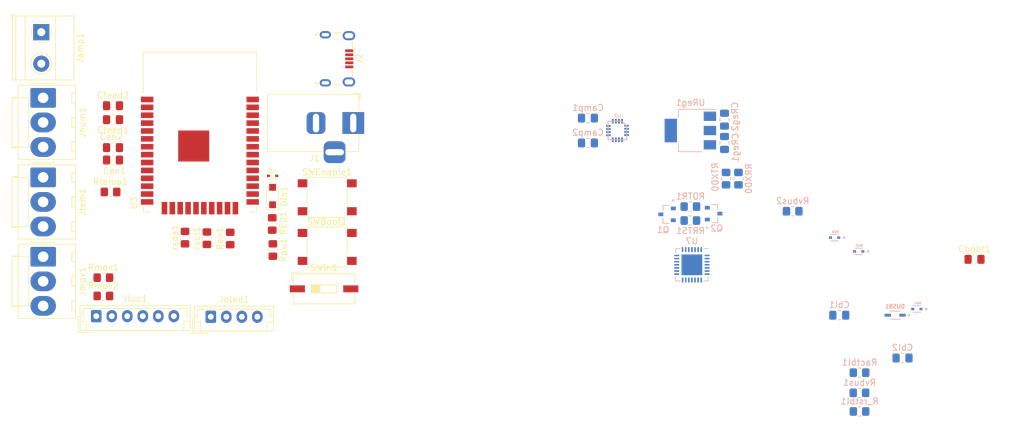
<source format=kicad_pcb>
(kicad_pcb (version 20211014) (generator pcbnew)
  (layers (0 "F.Cu" signal) (31 "B.Cu" signal) (34 "B.Paste" user) (35 "F.Paste" user) (36 "B.SilkS" user "B.Silkscreen") (37 "F.SilkS" user "F.Silkscreen") (38 "B.Mask" user) (39 "F.Mask" user) (44 "Edge.Cuts" user))
  (net 0 "")
  (net 1 "/ESP32/Amp_Din")
  (net 2 "+3V3")
  (net 3 "GND")
  (net 4 "/ESP32/amp_D_mode")
  (net 5 "/Sensores/Amp+")
  (net 6 "/Sensores/Amp-")
  (net 7 "/ESP32/LRC")
  (net 8 "/ESP32/BCLK")
  (net 9 "EN")
  (net 10 "Net-(Q1-Pad1)")
  (net 11 "/CP2102N-A02-GQFN28(Bootloader)/RTS")
  (net 12 "BOOT")
  (net 13 "Net-(Q2-Pad1)")
  (net 14 "/CP2102N-A02-GQFN28(Bootloader)/DTR")
  (net 15 "/CP2102N-A02-GQFN28(Bootloader)/TXD")
  (net 16 "/CP2102N-A02-GQFN28(Bootloader)/RXD0")
  (net 17 "/Sensores/dt")
  (net 18 "/ESP32/Dmov(D)")
  (net 19 "/Sensores/dm")
  (net 20 "Net-(Ractbl1-Pad1)")
  (net 21 "GNDREF")
  (net 22 "+3.3V")
  (net 23 "/ESP32/SCL")
  (net 24 "/CP2102N-A02-GQFN28(Bootloader)/RXD")
  (net 25 "/CP2102N-A02-GQFN28(Bootloader)/TXD0")
  (net 26 "/CP2102N-A02-GQFN28(Bootloader)/VBUS")
  (net 27 "Net-(Rvbus1-Pad2)")
  (net 28 "Net-(RED1-Pad1)")
  (net 29 "+5V")
  (net 30 "Net-(R_rstbl1-Pad2)")
  (net 31 "/ESP32/SDA")
  (net 35 "/Sensores/dh")
  (net 39 "/ESP32/SCK")
  (net 54 "/CP2102N-A02-GQFN28(Bootloader)/USB_DP")
  (net 55 "/CP2102N-A02-GQFN28(Bootloader)/USB_DN")
  (net 70 "Net-(Din1-Pad2)")
  (net 71 "+5V_Jack")
  (net 73 "/Sensores/INT Luz(op)")
  (net 74 "/Sensores/VL Luz (op)")
  (footprint "Button_Switch_SMD:SW_Push_1P1T_NO_6x6mm_H9.5mm" (layer "F.Cu") (at 71.5 64)
    (fp_text reference "SWBoot1" (at 0 -4.05) (layer "F.SilkS"))
    (fp_text value "SW_Push")
    (pad "1" smd rect (at -3.975 -2.25) (size 1.55 1.3) (layers "F.Cu" "F.Paste" "F.Mask") (net 12 "BOOT"))
    (pad "1" smd rect (at 3.975 -2.25) (size 1.55 1.3) (layers "F.Cu" "F.Paste" "F.Mask") (net 12 "BOOT"))
    (pad "2" smd rect (at 3.975 2.25) (size 1.55 1.3) (layers "F.Cu" "F.Paste" "F.Mask") (net 21 "GNDREF"))
    (pad "2" smd rect (at -3.975 2.25) (size 1.55 1.3) (layers "F.Cu" "F.Paste" "F.Mask") (net 21 "GNDREF"))
  )
  (footprint "Connector_BarrelJack:BarrelJack_Horizontal" (layer "F.Cu") (at 75.7 44.0425)
    (fp_text reference "J1" (at -6.25 5.6575) (layer "F.SilkS"))
    (fp_text value "Jack-DC")
    (pad "1" thru_hole rect (at 0 0) (size 3.5 3.5) (drill oval 1 3) (layers *.Cu *.Mask) (net 70 "Net-(Din1-Pad2)"))
    (pad "2" thru_hole roundrect (at -6 0) (size 3 3.5) (drill oval 1 3) (layers *.Cu *.Mask) (net 21 "GNDREF"))
    (pad "3" thru_hole roundrect (at -3 4.7) (size 3.5 3.5) (drill oval 3 1) (layers *.Cu *.Mask))
  )
  (footprint "Connector_Molex:Molex_KK-396_A-41791-0003_1x03_P3.96mm_Vertical" (layer "F.Cu") (at 25.745 39.99 -90)
    (fp_text reference "Jhum1" (at 3.96 -6.31 90) (layer "F.SilkS"))
    (fp_text value "Conn_01x03_Female")
    (pad "1" thru_hole roundrect (at 0 0 270) (size 3.16 4.1) (drill 1.7) (layers *.Cu *.Mask) (roundrect_rratio 0.079114) (net 2 "+3V3"))
    (pad "2" thru_hole oval (at 3.96 0 270) (size 3.16 4.1) (drill 1.7) (layers *.Cu *.Mask) (net 3 "GND"))
    (pad "3" thru_hole oval (at 7.92 0 270) (size 3.16 4.1) (drill 1.7) (layers *.Cu *.Mask) (net 35 "/Sensores/dh"))
  )
  (footprint "Connector_Molex:Molex_KK-396_A-41791-0003_1x03_P3.96mm_Vertical" (layer "F.Cu") (at 25.75 65.58 -90)
    (fp_text reference "Jmov1" (at 3.96 -6.31 90) (layer "F.SilkS"))
    (fp_text value "Conn_01x03_Female")
    (pad "1" thru_hole roundrect (at 0 0 270) (size 3.16 4.1) (drill 1.7) (layers *.Cu *.Mask) (roundrect_rratio 0.079114) (net 29 "+5V"))
    (pad "2" thru_hole oval (at 3.96 0 270) (size 3.16 4.1) (drill 1.7) (layers *.Cu *.Mask) (net 3 "GND"))
    (pad "3" thru_hole oval (at 7.92 0 270) (size 3.16 4.1) (drill 1.7) (layers *.Cu *.Mask) (net 19 "/Sensores/dm"))
  )
  (footprint "Resistor_SMD:R_0805_2012Metric_Pad1.20x1.40mm_HandSolder" (layer "F.Cu") (at 55.88 62.64 90)
    (fp_text reference "Ren1" (at 0 -1.65 90) (layer "F.SilkS"))
    (fp_text value "10K(5%)")
    (pad "1" smd roundrect (at -1 0 90) (size 1.2 1.4) (layers "F.Cu" "F.Paste" "F.Mask") (roundrect_rratio 0.208333) (net 22 "+3.3V"))
    (pad "2" smd roundrect (at 1 0 90) (size 1.2 1.4) (layers "F.Cu" "F.Paste" "F.Mask") (roundrect_rratio 0.208333) (net 9 "EN"))
  )
  (footprint "Capacitor_SMD:C_0805_2012Metric_Pad1.18x1.45mm_HandSolder" (layer "F.Cu") (at 175.77381 66)
    (fp_text reference "Cboot1" (at 0 -1.68) (layer "F.SilkS"))
    (fp_text value "0.1uF/50V(10%)(NC)")
    (pad "1" smd roundrect (at -1.0375 0) (size 1.175 1.45) (layers "F.Cu" "F.Paste" "F.Mask") (roundrect_rratio 0.212766) (net 12 "BOOT"))
    (pad "2" smd roundrect (at 1.0375 0) (size 1.175 1.45) (layers "F.Cu" "F.Paste" "F.Mask") (roundrect_rratio 0.212766) (net 21 "GNDREF"))
  )
  (footprint "Resistor_SMD:R_0805_2012Metric_Pad1.20x1.40mm_HandSolder" (layer "F.Cu") (at 36.6 55.15)
    (fp_text reference "Rtemp1" (at 0 -1.65) (layer "F.SilkS"))
    (fp_text value "4,7k")
    (pad "1" smd roundrect (at -1 0) (size 1.2 1.4) (layers "F.Cu" "F.Paste" "F.Mask") (roundrect_rratio 0.208333) (net 2 "+3V3"))
    (pad "2" smd roundrect (at 1 0) (size 1.2 1.4) (layers "F.Cu" "F.Paste" "F.Mask") (roundrect_rratio 0.208333) (net 17 "/Sensores/dt"))
  )
  (footprint "Resistor_SMD:R_0805_2012Metric_Pad1.20x1.40mm_HandSolder" (layer "F.Cu") (at 35.45 68.95)
    (fp_text reference "Rmov1" (at 0 -1.65) (layer "F.SilkS"))
    (fp_text value "5.1k")
    (pad "1" smd roundrect (at -1 0) (size 1.2 1.4) (layers "F.Cu" "F.Paste" "F.Mask") (roundrect_rratio 0.208333) (net 18 "/ESP32/Dmov(D)"))
    (pad "2" smd roundrect (at 1 0) (size 1.2 1.4) (layers "F.Cu" "F.Paste" "F.Mask") (roundrect_rratio 0.208333) (net 19 "/Sensores/dm"))
  )
  (footprint "Resistor_SMD:R_0805_2012Metric_Pad1.20x1.40mm_HandSolder" (layer "F.Cu") (at 35.45 71.9)
    (fp_text reference "Rmov2" (at 0 -1.65) (layer "F.SilkS"))
    (fp_text value "3.3k")
    (pad "1" smd roundrect (at -1 0) (size 1.2 1.4) (layers "F.Cu" "F.Paste" "F.Mask") (roundrect_rratio 0.208333) (net 3 "GND"))
    (pad "2" smd roundrect (at 1 0) (size 1.2 1.4) (layers "F.Cu" "F.Paste" "F.Mask") (roundrect_rratio 0.208333) (net 18 "/ESP32/Dmov(D)"))
  )
  (footprint "Resistor_SMD:R_0805_2012Metric_Pad1.20x1.40mm_HandSolder" (layer "F.Cu") (at 52.13 62.59 90)
    (fp_text reference "rscl1" (at 0 -1.65 90) (layer "F.SilkS"))
    (fp_text value "4.7k")
    (pad "1" smd roundrect (at -1 0 90) (size 1.2 1.4) (layers "F.Cu" "F.Paste" "F.Mask") (roundrect_rratio 0.208333) (net 22 "+3.3V"))
    (pad "2" smd roundrect (at 1 0 90) (size 1.2 1.4) (layers "F.Cu" "F.Paste" "F.Mask") (roundrect_rratio 0.208333) (net 23 "/ESP32/SCL"))
  )
  (footprint "Button_Switch_SMD:SW_Push_1P1T_NO_6x6mm_H9.5mm" (layer "F.Cu") (at 71.5 56)
    (fp_text reference "SWEnable1" (at 0 -4.05) (layer "F.SilkS"))
    (fp_text value "SW_Push")
    (pad "1" smd rect (at 3.975 -2.25) (size 1.55 1.3) (layers "F.Cu" "F.Paste" "F.Mask") (net 9 "EN"))
    (pad "1" smd rect (at -3.975 -2.25) (size 1.55 1.3) (layers "F.Cu" "F.Paste" "F.Mask") (net 9 "EN"))
    (pad "2" smd rect (at -3.975 2.25) (size 1.55 1.3) (layers "F.Cu" "F.Paste" "F.Mask") (net 21 "GNDREF"))
    (pad "2" smd rect (at 3.975 2.25) (size 1.55 1.3) (layers "F.Cu" "F.Paste" "F.Mask") (net 21 "GNDREF"))
  )
  (footprint "Connector_Molex:Molex_KK-396_A-41791-0003_1x03_P3.96mm_Vertical" (layer "F.Cu") (at 25.745 52.79 -90)
    (fp_text reference "Jtem1" (at 3.96 -6.31 90) (layer "F.SilkS"))
    (fp_text value "Conn_01x03_Female")
    (pad "1" thru_hole roundrect (at 0 0 270) (size 3.16 4.1) (drill 1.7) (layers *.Cu *.Mask) (roundrect_rratio 0.079114) (net 2 "+3V3"))
    (pad "2" thru_hole oval (at 3.96 0 270) (size 3.16 4.1) (drill 1.7) (layers *.Cu *.Mask) (net 3 "GND"))
    (pad "3" thru_hole oval (at 7.92 0 270) (size 3.16 4.1) (drill 1.7) (layers *.Cu *.Mask) (net 17 "/Sensores/dt"))
  )
  (footprint "Resistor_SMD:R_0805_2012Metric_Pad1.20x1.40mm_HandSolder" (layer "F.Cu") (at 62.75 64.5 -90)
    (fp_text reference "Rpw1" (at 0 -1.65 90) (layer "F.SilkS"))
    (fp_text value "1k")
    (pad "1" smd roundrect (at -1 0 270) (size 1.2 1.4) (layers "F.Cu" "F.Paste" "F.Mask") (roundrect_rratio 0.208333) (net 28 "Net-(RED1-Pad1)"))
    (pad "2" smd roundrect (at 1 0 270) (size 1.2 1.4) (layers "F.Cu" "F.Paste" "F.Mask") (roundrect_rratio 0.208333) (net 3 "GND"))
  )
  (footprint "Diode_SMD:D_SOD-123F" (layer "F.Cu") (at 62.7 55.8 90)
    (fp_text reference "Din1" (at -0.05 1.85 90) (layer "F.SilkS"))
    (fp_text value "MBR1020VL")
    (pad "1" smd rect (at -1.4 0 90) (size 1.1 1.1) (layers "F.Cu" "F.Paste" "F.Mask") (net 71 "+5V_Jack"))
    (pad "2" smd rect (at 1.4 0 90) (size 1.1 1.1) (layers "F.Cu" "F.Paste" "F.Mask") (net 70 "Net-(Din1-Pad2)"))
  )
  (footprint "Resistor_SMD:R_0805_2012Metric_Pad1.20x1.40mm_HandSolder" (layer "F.Cu") (at 48.6 62.5 90)
    (fp_text reference "rsda1" (at 0 -1.65 90) (layer "F.SilkS"))
    (fp_text value "4.7k")
    (pad "1" smd roundrect (at -1 0 90) (size 1.2 1.4) (layers "F.Cu" "F.Paste" "F.Mask") (roundrect_rratio 0.208333) (net 22 "+3.3V"))
    (pad "2" smd roundrect (at 1 0 90) (size 1.2 1.4) (layers "F.Cu" "F.Paste" "F.Mask") (roundrect_rratio 0.208333) (net 31 "/ESP32/SDA"))
  )
  (footprint "RF_Module:ESP32-WROOM-32" (layer "F.Cu") (at 51 48.5)
    (fp_text reference "U3" (at -10.61 8.43 90) (layer "F.SilkS"))
    (fp_text value "ESP32-WROOM-32")
    (pad "1" smd rect (at -8.5 -8.255) (size 2 0.9) (layers "F.Cu" "F.Paste" "F.Mask") (net 21 "GNDREF"))
    (pad "2" smd rect (at -8.5 -6.985) (size 2 0.9) (layers "F.Cu" "F.Paste" "F.Mask") (net 2 "+3V3"))
    (pad "3" smd rect (at -8.5 -5.715) (size 2 0.9) (layers "F.Cu" "F.Paste" "F.Mask") (net 9 "EN"))
    (pad "4" smd rect (at -8.5 -4.445) (size 2 0.9) (layers "F.Cu" "F.Paste" "F.Mask"))
    (pad "5" smd rect (at -8.5 -3.175) (size 2 0.9) (layers "F.Cu" "F.Paste" "F.Mask"))
    (pad "6" smd rect (at -8.5 -1.905) (size 2 0.9) (layers "F.Cu" "F.Paste" "F.Mask"))
    (pad "7" smd rect (at -8.5 -0.635) (size 2 0.9) (layers "F.Cu" "F.Paste" "F.Mask") (net 4 "/ESP32/amp_D_mode"))
    (pad "8" smd rect (at -8.5 0.635) (size 2 0.9) (layers "F.Cu" "F.Paste" "F.Mask") (net 8 "/ESP32/BCLK"))
    (pad "9" smd rect (at -8.5 1.905) (size 2 0.9) (layers "F.Cu" "F.Paste" "F.Mask") (net 1 "/ESP32/Amp_Din"))
    (pad "10" smd rect (at -8.5 3.175) (size 2 0.9) (layers "F.Cu" "F.Paste" "F.Mask") (net 7 "/ESP32/LRC"))
    (pad "11" smd rect (at -8.5 4.445) (size 2 0.9) (layers "F.Cu" "F.Paste" "F.Mask") (net 17 "/Sensores/dt"))
    (pad "12" smd rect (at -8.5 5.715) (size 2 0.9) (layers "F.Cu" "F.Paste" "F.Mask") (net 35 "/Sensores/dh"))
    (pad "13" smd rect (at -8.5 6.985) (size 2 0.9) (layers "F.Cu" "F.Paste" "F.Mask") (net 23 "/ESP32/SCL"))
    (pad "14" smd rect (at -8.5 8.255) (size 2 0.9) (layers "F.Cu" "F.Paste" "F.Mask") (net 31 "/ESP32/SDA"))
    (pad "15" smd rect (at -5.715 9.255 90) (size 2 0.9) (layers "F.Cu" "F.Paste" "F.Mask") (net 21 "GNDREF"))
    (pad "16" smd rect (at -4.445 9.255 90) (size 2 0.9) (layers "F.Cu" "F.Paste" "F.Mask") (net 18 "/ESP32/Dmov(D)"))
    (pad "17" smd rect (at -3.175 9.255 90) (size 2 0.9) (layers "F.Cu" "F.Paste" "F.Mask"))
    (pad "18" smd rect (at -1.905 9.255 90) (size 2 0.9) (layers "F.Cu" "F.Paste" "F.Mask"))
    (pad "19" smd rect (at -0.635 9.255 90) (size 2 0.9) (layers "F.Cu" "F.Paste" "F.Mask"))
    (pad "20" smd rect (at 0.635 9.255 90) (size 2 0.9) (layers "F.Cu" "F.Paste" "F.Mask") (net 39 "/ESP32/SCK"))
    (pad "21" smd rect (at 1.905 9.255 90) (size 2 0.9) (layers "F.Cu" "F.Paste" "F.Mask") (net 31 "/ESP32/SDA"))
    (pad "22" smd rect (at 3.175 9.255 90) (size 2 0.9) (layers "F.Cu" "F.Paste" "F.Mask") (net 23 "/ESP32/SCL"))
    (pad "23" smd rect (at 4.445 9.255 90) (size 2 0.9) (layers "F.Cu" "F.Paste" "F.Mask"))
    (pad "24" smd rect (at 5.715 9.255 90) (size 2 0.9) (layers "F.Cu" "F.Paste" "F.Mask"))
    (pad "25" smd rect (at 8.5 8.255) (size 2 0.9) (layers "F.Cu" "F.Paste" "F.Mask") (net 12 "BOOT"))
    (pad "26" smd rect (at 8.5 6.985) (size 2 0.9) (layers "F.Cu" "F.Paste" "F.Mask"))
    (pad "27" smd rect (at 8.5 5.715) (size 2 0.9) (layers "F.Cu" "F.Paste" "F.Mask"))
    (pad "28" smd rect (at 8.5 4.445) (size 2 0.9) (layers "F.Cu" "F.Paste" "F.Mask"))
    (pad "29" smd rect (at 8.5 3.175) (size 2 0.9) (layers "F.Cu" "F.Paste" "F.Mask"))
    (pad "30" smd rect (at 8.5 1.905) (size 2 0.9) (layers "F.Cu" "F.Paste" "F.Mask"))
    (pad "31" smd rect (at 8.5 0.635) (size 2 0.9) (layers "F.Cu" "F.Paste" "F.Mask"))
    (pad "32" smd rect (at 8.5 -0.635) (size 2 0.9) (layers "F.Cu" "F.Paste" "F.Mask"))
    (pad "33" smd rect (at 8.5 -1.905) (size 2 0.9) (layers "F.Cu" "F.Paste" "F.Mask"))
    (pad "34" smd rect (at 8.5 -3.175) (size 2 0.9) (layers "F.Cu" "F.Paste" "F.Mask") (net 16 "/CP2102N-A02-GQFN28(Bootloader)/RXD0"))
    (pad "35" smd rect (at 8.5 -4.445) (size 2 0.9) (layers "F.Cu" "F.Paste" "F.Mask") (net 25 "/CP2102N-A02-GQFN28(Bootloader)/TXD0"))
    (pad "36" smd rect (at 8.5 -5.715) (size 2 0.9) (layers "F.Cu" "F.Paste" "F.Mask"))
    (pad "37" smd rect (at 8.5 -6.985) (size 2 0.9) (layers "F.Cu" "F.Paste" "F.Mask"))
    (pad "38" smd rect (at 8.5 -8.255) (size 2 0.9) (layers "F.Cu" "F.Paste" "F.Mask") (net 21 "GNDREF"))
    (pad "39" smd rect (at -1 -0.755) (size 5 5) (layers "F.Cu" "F.Paste" "F.Mask") (net 21 "GNDREF"))
  )
  (footprint "TerminalBlock_Phoenix:TerminalBlock_Phoenix_MKDS-1,5-2-5.08_1x02_P5.08mm_Horizontal" (layer "F.Cu") (at 25.445 29.405 -90)
    (fp_text reference "Jamp1" (at 2.54 -6.26 90) (layer "F.SilkS"))
    (fp_text value "Conn_01x02_Female")
    (pad "1" thru_hole rect (at 0 0 270) (size 2.6 2.6) (drill 1.3) (layers *.Cu *.Mask) (net 5 "/Sensores/Amp+"))
    (pad "2" thru_hole circle (at 5.08 0 270) (size 2.6 2.6) (drill 1.3) (layers *.Cu *.Mask) (net 6 "/Sensores/Amp-"))
  )
  (footprint "LESD5D5:TVS_LESD5D5.0CT1G" (layer "F.Cu") (at 62.7 52.55)
    (fp_text reference "Dinl1" (at -0.134 -0.9532) (layer "F.SilkS") (effects (font (size 0.32 0.32))))
    (fp_text value "LESD5D5.0CT1G")
    (pad "1" smd rect locked (at -0.66 0) (size 0.48 0.4) (layers "F.Cu" "F.Paste" "F.Mask") (net 21 "GNDREF"))
    (pad "2" smd rect locked (at 0.66 0) (size 0.48 0.4) (layers "F.Cu" "F.Paste" "F.Mask") (net 70 "Net-(Din1-Pad2)"))
  )
  (footprint "Capacitor_SMD:C_0805_2012Metric_Pad1.18x1.45mm_HandSolder" (layer "F.Cu") (at 37 50)
    (fp_text reference "Cen1" (at 0.25 1.75) (layer "F.SilkS"))
    (fp_text value "0.1uF/50(10%)")
    (pad "1" smd roundrect (at -1.0375 0) (size 1.175 1.45) (layers "F.Cu" "F.Paste" "F.Mask") (roundrect_rratio 0.212766) (net 21 "GNDREF"))
    (pad "2" smd roundrect (at 1.0375 0) (size 1.175 1.45) (layers "F.Cu" "F.Paste" "F.Mask") (roundrect_rratio 0.212766) (net 9 "EN"))
  )
  (footprint "Button_Switch_SMD:SW_DIP_SPSTx01_Slide_9.78x4.72mm_W8.61mm_P2.54mm" (layer "F.Cu") (at 71 70.75)
    (fp_text reference "SWin1" (at 0 -3.42) (layer "F.SilkS"))
    (fp_text value "SW_DIP_x01")
    (pad "1" smd rect (at -4.305 0) (size 2.44 1.12) (layers "F.Cu" "F.Paste" "F.Mask") (net 71 "+5V_Jack"))
    (pad "2" smd rect (at 4.305 0) (size 2.44 1.12) (layers "F.Cu" "F.Paste" "F.Mask") (net 29 "+5V"))
  )
  (footprint "Capacitor_SMD:C_0805_2012Metric_Pad1.18x1.45mm_HandSolder" (layer "F.Cu") (at 37 41.25)
    (fp_text reference "Cfeed2" (at 0 -1.68) (layer "F.SilkS"))
    (fp_text value "0.1uF/50(10%)")
    (pad "1" smd roundrect (at -1.0375 0) (size 1.175 1.45) (layers "F.Cu" "F.Paste" "F.Mask") (roundrect_rratio 0.212766) (net 21 "GNDREF"))
    (pad "2" smd roundrect (at 1.0375 0) (size 1.175 1.45) (layers "F.Cu" "F.Paste" "F.Mask") (roundrect_rratio 0.212766) (net 2 "+3V3"))
  )
  (footprint "Connector_JST:JST_EH_B6B-EH-A_1x06_P2.50mm_Vertical" (layer "F.Cu") (at 34.3 75.15)
    (fp_text reference "Jluc1" (at 6.25 -2.8) (layer "F.SilkS"))
    (fp_text value "Conn_01x06_Female")
    (pad "1" thru_hole roundrect (at 0 0) (size 1.7 1.95) (drill 0.95) (layers *.Cu *.Mask) (roundrect_rratio 0.147059) (net 73 "/Sensores/INT Luz(op)"))
    (pad "2" thru_hole oval (at 2.5 0) (size 1.7 1.95) (drill 0.95) (layers *.Cu *.Mask) (net 23 "/ESP32/SCL"))
    (pad "3" thru_hole oval (at 5 0) (size 1.7 1.95) (drill 0.95) (layers *.Cu *.Mask) (net 31 "/ESP32/SDA"))
    (pad "4" thru_hole oval (at 7.5 0) (size 1.7 1.95) (drill 0.95) (layers *.Cu *.Mask) (net 2 "+3V3"))
    (pad "5" thru_hole oval (at 10 0) (size 1.7 1.95) (drill 0.95) (layers *.Cu *.Mask) (net 3 "GND"))
    (pad "6" thru_hole oval (at 12.5 0) (size 1.7 1.95) (drill 0.95) (layers *.Cu *.Mask) (net 74 "/Sensores/VL Luz (op)"))
  )
  (footprint "Resistor_SMD:R_0805_2012Metric_Pad1.20x1.40mm_HandSolder" (layer "F.Cu") (at 62.65 60.3 90)
    (fp_text reference "RED1" (at 0.15 1.8 90) (layer "F.SilkS"))
    (fp_text value "LED")
    (pad "1" smd roundrect (at -1 0 90) (size 1.2 1.4) (layers "F.Cu" "F.Paste" "F.Mask") (roundrect_rratio 0.208333) (net 28 "Net-(RED1-Pad1)"))
    (pad "2" smd roundrect (at 1 0 90) (size 1.2 1.4) (layers "F.Cu" "F.Paste" "F.Mask") (roundrect_rratio 0.208333) (net 29 "+5V"))
  )
  (footprint "Connector_JST:JST_EH_B4B-EH-A_1x04_P2.50mm_Vertical" (layer "F.Cu") (at 52.75 75.25)
    (fp_text reference "Joled1" (at 3.75 -2.8) (layer "F.SilkS"))
    (fp_text value "Conn_01x04_Female")
    (pad "1" thru_hole roundrect (at 0 0) (size 1.7 1.95) (drill 0.95) (layers *.Cu *.Mask) (roundrect_rratio 0.147059) (net 21 "GNDREF"))
    (pad "2" thru_hole oval (at 2.5 0) (size 1.7 1.95) (drill 0.95) (layers *.Cu *.Mask) (net 2 "+3V3"))
    (pad "3" thru_hole oval (at 5 0) (size 1.7 1.95) (drill 0.95) (layers *.Cu *.Mask) (net 31 "/ESP32/SDA"))
    (pad "4" thru_hole oval (at 7.5 0) (size 1.7 1.95) (drill 0.95) (layers *.Cu *.Mask) (net 23 "/ESP32/SCL"))
  )
  (footprint "Connector_USB:USB_Micro-B_Wuerth_629105150521" (layer "F.Cu") (at 73.155 33.695 -90)
    (fp_text reference "J2" (at 0 -3.5 90) (layer "F.SilkS"))
    (fp_text value "USB_B_Micro")
    (pad "" np_thru_hole oval (at -2.5 -0.8 270) (size 0.8 0.8) (drill 0.8) (layers *.Cu *.Mask))
    (pad "" np_thru_hole oval (at 2.5 -0.8 270) (size 0.8 0.8) (drill 0.8) (layers *.Cu *.Mask))
    (pad "1" smd rect (at -1.3 -1.9 270) (size 0.45 1.3) (layers "F.Cu" "F.Paste" "F.Mask") (net 26 "/CP2102N-A02-GQFN28(Bootloader)/VBUS"))
    (pad "2" smd rect (at -0.65 -1.9 270) (size 0.45 1.3) (layers "F.Cu" "F.Paste" "F.Mask") (net 55 "/CP2102N-A02-GQFN28(Bootloader)/USB_DN"))
    (pad "3" smd rect (at 0 -1.9 270) (size 0.45 1.3) (layers "F.Cu" "F.Paste" "F.Mask") (net 54 "/CP2102N-A02-GQFN28(Bootloader)/USB_DP"))
    (pad "4" smd rect (at 0.65 -1.9 270) (size 0.45 1.3) (layers "F.Cu" "F.Paste" "F.Mask"))
    (pad "5" smd rect (at 1.3 -1.9 270) (size 0.45 1.3) (layers "F.Cu" "F.Paste" "F.Mask") (net 21 "GNDREF"))
    (pad "6" thru_hole oval (at 3.875 1.95 270) (size 1.15 1.8) (drill oval 0.55 1.2) (layers *.Cu *.Mask) (net 21 "GNDREF"))
    (pad "6" thru_hole oval (at -3.875 1.95 270) (size 1.15 1.8) (drill oval 0.55 1.2) (layers *.Cu *.Mask) (net 21 "GNDREF"))
    (pad "6" thru_hole oval (at -3.725 -1.85 270) (size 1.45 2) (drill oval 0.85 1.4) (layers *.Cu *.Mask) (net 21 "GNDREF"))
    (pad "6" thru_hole oval (at 3.725 -1.85 270) (size 1.45 2) (drill oval 0.85 1.4) (layers *.Cu *.Mask) (net 21 "GNDREF"))
  )
  (footprint "Capacitor_SMD:C_0805_2012Metric_Pad1.18x1.45mm_HandSolder" (layer "F.Cu") (at 37 48 180)
    (fp_text reference "Cen2" (at 0.261252 1.75) (layer "F.SilkS"))
    (fp_text value "0.1uF/50V(10%)(NC)")
    (pad "1" smd roundrect (at -1.0375 0 180) (size 1.175 1.45) (layers "F.Cu" "F.Paste" "F.Mask") (roundrect_rratio 0.212766) (net 9 "EN"))
    (pad "2" smd roundrect (at 1.0375 0 180) (size 1.175 1.45) (layers "F.Cu" "F.Paste" "F.Mask") (roundrect_rratio 0.212766) (net 21 "GNDREF"))
  )
  (footprint "Capacitor_SMD:C_0805_2012Metric_Pad1.18x1.45mm_HandSolder" (layer "F.Cu") (at 37 43.5 180)
    (fp_text reference "Cfeed1" (at 0 -1.68) (layer "F.SilkS"))
    (fp_text value "22uF/10V(20%)")
    (pad "1" smd roundrect (at -1.0375 0 180) (size 1.175 1.45) (layers "F.Cu" "F.Paste" "F.Mask") (roundrect_rratio 0.212766) (net 2 "+3V3"))
    (pad "2" smd roundrect (at 1.0375 0 180) (size 1.175 1.45) (layers "F.Cu" "F.Paste" "F.Mask") (roundrect_rratio 0.212766) (net 21 "GNDREF"))
  )
  (footprint "SS8050-G:TRANS_SS8050-G" (layer "B.Cu") (at 126.25 58.75 180)
    (fp_text reference "Q1" (at 0.65 -2.5) (layer "B.SilkS") (effects (justify mirror)))
    (fp_text value "SS8050-G")
    (pad "1" smd rect locked (at -1.01 0.95 180) (size 0.8 0.6) (layers "B.Cu" "B.Paste" "B.Mask") (net 10 "Net-(Q1-Pad1)"))
    (pad "2" smd rect locked (at -1.01 -0.95 180) (size 0.8 0.6) (layers "B.Cu" "B.Paste" "B.Mask") (net 11 "/CP2102N-A02-GQFN28(Bootloader)/RTS"))
    (pad "3" smd rect locked (at 1.01 0 180) (size 0.8 0.6) (layers "B.Cu" "B.Paste" "B.Mask") (net 9 "EN"))
  )
  (footprint "Resistor_SMD:R_0805_2012Metric_Pad1.20x1.40mm_HandSolder" (layer "B.Cu") (at 135.75 53 90)
    (fp_text reference "RTXD0" (at 0.25 -1.75 90) (layer "B.SilkS") (effects (justify mirror)))
    (fp_text value "0R(5%)")
    (pad "1" smd roundrect (at -1 0 90) (size 1.2 1.4) (layers "B.Cu" "B.Paste" "B.Mask") (roundrect_rratio 0.208333) (net 24 "/CP2102N-A02-GQFN28(Bootloader)/RXD"))
    (pad "2" smd roundrect (at 1 0 90) (size 1.2 1.4) (layers "B.Cu" "B.Paste" "B.Mask") (roundrect_rratio 0.208333) (net 25 "/CP2102N-A02-GQFN28(Bootloader)/TXD0"))
  )
  (footprint "Resistor_SMD:R_0805_2012Metric_Pad1.20x1.40mm_HandSolder" (layer "B.Cu") (at 130 57.5 180)
    (fp_text reference "RDTR1" (at 0 1.65) (layer "B.SilkS") (effects (justify mirror)))
    (fp_text value "10K(5%)")
    (pad "1" smd roundrect (at -1 0 180) (size 1.2 1.4) (layers "B.Cu" "B.Paste" "B.Mask") (roundrect_rratio 0.208333) (net 14 "/CP2102N-A02-GQFN28(Bootloader)/DTR"))
    (pad "2" smd roundrect (at 1 0 180) (size 1.2 1.4) (layers "B.Cu" "B.Paste" "B.Mask") (roundrect_rratio 0.208333) (net 10 "Net-(Q1-Pad1)"))
  )
  (footprint "Capacitor_SMD:C_0805_2012Metric_Pad1.18x1.45mm_HandSolder" (layer "B.Cu") (at 135.5 47.25 90)
    (fp_text reference "CReg1" (at -0.75 1.75 90) (layer "B.SilkS") (effects (justify mirror)))
    (fp_text value "1u")
    (pad "1" smd roundrect (at -1.0375 0 90) (size 1.175 1.45) (layers "B.Cu" "B.Paste" "B.Mask") (roundrect_rratio 0.212766) (net 29 "+5V"))
    (pad "2" smd roundrect (at 1.0375 0 90) (size 1.175 1.45) (layers "B.Cu" "B.Paste" "B.Mask") (roundrect_rratio 0.212766) (net 3 "GND"))
  )
  (footprint "open-automation:MAX98357A" (layer "B.Cu") (at 119.55 44.48 180)
    (fp_text reference "U2" (at 1.28 1.6) (layer "B.SilkS") (effects (font (size 0.55 0.55) (thickness 0.08)) (justify mirror)))
    (fp_text value "MAX98357AETE+")
    (pad "1" smd rect (at -0.17 0.01 180) (size 0.75 0.3) (layers "B.Cu" "B.Paste" "B.Mask") (net 1 "/ESP32/Amp_Din"))
    (pad "2" smd rect (at -0.17 -0.49 180) (size 0.75 0.3) (layers "B.Cu" "B.Paste" "B.Mask") (net 2 "+3V3"))
    (pad "3" smd rect (at -0.17 -0.99 180) (size 0.75 0.3) (layers "B.Cu" "B.Paste" "B.Mask") (net 3 "GND"))
    (pad "3" smd rect (at 1.05 0.73 90) (size 0.75 0.3) (layers "B.Cu" "B.Paste" "B.Mask") (net 3 "GND"))
    (pad "3" smd rect (at 2.75 -0.53) (size 0.75 0.3) (layers "B.Cu" "B.Paste" "B.Mask") (net 3 "GND"))
    (pad "4" smd rect (at -0.17 -1.49 180) (size 0.75 0.3) (layers "B.Cu" "B.Paste" "B.Mask") (net 4 "/ESP32/amp_D_mode"))
    (pad "5" smd rect (at 0.55 -2.25 90) (size 0.75 0.3) (layers "B.Cu" "B.Paste" "B.Mask"))
    (pad "6" smd rect (at 1.05 -2.25 90) (size 0.75 0.3) (layers "B.Cu" "B.Paste" "B.Mask"))
    (pad "7" smd rect (at 2.05 -2.25 90) (size 0.75 0.3) (layers "B.Cu" "B.Paste" "B.Mask") (net 2 "+3V3"))
    (pad "7" smd rect (at 1.55 -2.25 90) (size 0.75 0.3) (layers "B.Cu" "B.Paste" "B.Mask") (net 2 "+3V3"))
    (pad "9" smd rect (at 2.75 -1.53) (size 0.75 0.3) (layers "B.Cu" "B.Paste" "B.Mask") (net 5 "/Sensores/Amp+"))
    (pad "10" smd rect (at 2.75 -1.03) (size 0.75 0.3) (layers "B.Cu" "B.Paste" "B.Mask") (net 6 "/Sensores/Amp-"))
    (pad "12" smd rect (at 2.75 -0.03) (size 0.75 0.3) (layers "B.Cu" "B.Paste" "B.Mask"))
    (pad "13" smd rect (at 2.05 0.73 90) (size 0.75 0.3) (layers "B.Cu" "B.Paste" "B.Mask"))
    (pad "14" smd rect (at 1.55 0.73 90) (size 0.75 0.3) (layers "B.Cu" "B.Paste" "B.Mask") (net 7 "/ESP32/LRC"))
    (pad "16" smd rect (at 0.55 0.73 90) (size 0.75 0.3) (layers "B.Cu" "B.Paste" "B.Mask") (net 8 "/ESP32/BCLK"))
  )
  (footprint "Capacitor_SMD:C_0805_2012Metric_Pad1.18x1.45mm_HandSolder" (layer "B.Cu") (at 113.5 43.25 180)
    (fp_text reference "Camp1" (at 0 1.68) (layer "B.SilkS") (effects (justify mirror)))
    (fp_text value "10u")
    (pad "1" smd roundrect (at -1.0375 0 180) (size 1.175 1.45) (layers "B.Cu" "B.Paste" "B.Mask") (roundrect_rratio 0.212766) (net 2 "+3V3"))
    (pad "2" smd roundrect (at 1.0375 0 180) (size 1.175 1.45) (layers "B.Cu" "B.Paste" "B.Mask") (roundrect_rratio 0.212766) (net 3 "GND"))
  )
  (footprint "Capacitor_SMD:C_0805_2012Metric_Pad1.18x1.45mm_HandSolder" (layer "B.Cu") (at 153.98631 75 180)
    (fp_text reference "Cbl1" (at 0 1.68) (layer "B.SilkS") (effects (justify mirror)))
    (fp_text value "0.1uF/50V(10%)")
    (pad "1" smd roundrect (at -1.0375 0 180) (size 1.175 1.45) (layers "B.Cu" "B.Paste" "B.Mask") (roundrect_rratio 0.212766) (net 22 "+3.3V"))
    (pad "2" smd roundrect (at 1.0375 0 180) (size 1.175 1.45) (layers "B.Cu" "B.Paste" "B.Mask") (roundrect_rratio 0.212766) (net 21 "GNDREF"))
  )
  (footprint "Resistor_SMD:R_0805_2012Metric_Pad1.20x1.40mm_HandSolder" (layer "B.Cu") (at 130 59.75)
    (fp_text reference "RRTS1" (at 0 1.65) (layer "B.SilkS") (effects (justify mirror)))
    (fp_text value "10K(5%)")
    (pad "1" smd roundrect (at -1 0) (size 1.2 1.4) (layers "B.Cu" "B.Paste" "B.Mask") (roundrect_rratio 0.208333) (net 11 "/CP2102N-A02-GQFN28(Bootloader)/RTS"))
    (pad "2" smd roundrect (at 1 0) (size 1.2 1.4) (layers "B.Cu" "B.Paste" "B.Mask") (roundrect_rratio 0.208333) (net 13 "Net-(Q2-Pad1)"))
  )
  (footprint "Package_TO_SOT_SMD:SOT-223-3_TabPin2" (layer "B.Cu") (at 130 45.25 180)
    (fp_text reference "UReg1" (at 0 4.5) (layer "B.SilkS") (effects (justify mirror)))
    (fp_text value "AMS1117-3.3")
    (pad "1" smd rect (at -3.15 2.3 180) (size 2 1.5) (layers "B.Cu" "B.Paste" "B.Mask") (net 3 "GND"))
    (pad "2" smd rect (at -3.15 0 180) (size 2 1.5) (layers "B.Cu" "B.Paste" "B.Mask") (net 2 "+3V3"))
    (pad "2" smd rect (at 3.15 0 180) (size 2 3.8) (layers "B.Cu" "B.Paste" "B.Mask") (net 2 "+3V3"))
    (pad "3" smd rect (at -3.15 -2.3 180) (size 2 1.5) (layers "B.Cu" "B.Paste" "B.Mask") (net 29 "+5V"))
  )
  (footprint "Resistor_SMD:R_0805_2012Metric_Pad1.20x1.40mm_HandSolder" (layer "B.Cu") (at 137.75 53 90)
    (fp_text reference "RRXD0" (at 0 1.65 90) (layer "B.SilkS") (effects (justify mirror)))
    (fp_text value "0R(5%)")
    (pad "1" smd roundrect (at -1 0 90) (size 1.2 1.4) (layers "B.Cu" "B.Paste" "B.Mask") (roundrect_rratio 0.208333) (net 15 "/CP2102N-A02-GQFN28(Bootloader)/TXD"))
    (pad "2" smd roundrect (at 1 0 90) (size 1.2 1.4) (layers "B.Cu" "B.Paste" "B.Mask") (roundrect_rratio 0.208333) (net 16 "/CP2102N-A02-GQFN28(Bootloader)/RXD0"))
  )
  (footprint "Capacitor_SMD:C_0805_2012Metric_Pad1.18x1.45mm_HandSolder" (layer "B.Cu") (at 113.5 47.25 180)
    (fp_text reference "Camp2" (at 0 1.68) (layer "B.SilkS") (effects (justify mirror)))
    (fp_text value "0.1u")
    (pad "1" smd roundrect (at -1.0375 0 180) (size 1.175 1.45) (layers "B.Cu" "B.Paste" "B.Mask") (roundrect_rratio 0.212766) (net 2 "+3V3"))
    (pad "2" smd roundrect (at 1.0375 0 180) (size 1.175 1.45) (layers "B.Cu" "B.Paste" "B.Mask") (roundrect_rratio 0.212766) (net 3 "GND"))
  )
  (footprint "Resistor_SMD:R_0805_2012Metric_Pad1.20x1.40mm_HandSolder" (layer "B.Cu") (at 146.48631 58.25 180)
    (fp_text reference "Rvbus2" (at 0 1.65) (layer "B.SilkS") (effects (justify mirror)))
    (fp_text value "47.5K(5%)")
    (pad "1" smd roundrect (at -1 0 180) (size 1.2 1.4) (layers "B.Cu" "B.Paste" "B.Mask") (roundrect_rratio 0.208333) (net 27 "Net-(Rvbus1-Pad2)"))
    (pad "2" smd roundrect (at 1 0 180) (size 1.2 1.4) (layers "B.Cu" "B.Paste" "B.Mask") (roundrect_rratio 0.208333) (net 21 "GNDREF"))
  )
  (footprint "LESD5D5:TVS_LESD5D5.0CT1G" (layer "B.Cu") (at 166.48631 74 180)
    (fp_text reference "DUl1" (at -0.134 0.9532) (layer "B.SilkS") (effects (font (size 0.32 0.32)) (justify mirror)))
    (fp_text value "LESD5D5.0CT1G")
    (pad "1" smd rect locked (at -0.66 0 180) (size 0.48 0.4) (layers "B.Cu" "B.Paste" "B.Mask") (net 21 "GNDREF"))
    (pad "2" smd rect locked (at 0.66 0 180) (size 0.48 0.4) (layers "B.Cu" "B.Paste" "B.Mask") (net 26 "/CP2102N-A02-GQFN28(Bootloader)/VBUS"))
  )
  (footprint "Resistor_SMD:R_0805_2012Metric_Pad1.20x1.40mm_HandSolder" (layer "B.Cu") (at 157.25 84.25 180)
    (fp_text reference "Ractbl1" (at 0 1.65) (layer "B.SilkS") (effects (justify mirror)))
    (fp_text value "10k(5%)")
    (pad "1" smd roundrect (at -1 0 180) (size 1.2 1.4) (layers "B.Cu" "B.Paste" "B.Mask") (roundrect_rratio 0.208333) (net 20 "Net-(Ractbl1-Pad1)"))
    (pad "2" smd roundrect (at 1 0 180) (size 1.2 1.4) (layers "B.Cu" "B.Paste" "B.Mask") (roundrect_rratio 0.208333) (net 21 "GNDREF"))
  )
  (footprint "Resistor_SMD:R_0805_2012Metric_Pad1.20x1.40mm_HandSolder" (layer "B.Cu") (at 157.23631 87.5 180)
    (fp_text reference "Rvbus1" (at 0 1.65) (layer "B.SilkS") (effects (justify mirror)))
    (fp_text value "22.1K(5%)")
    (pad "1" smd roundrect (at -1 0 180) (size 1.2 1.4) (layers "B.Cu" "B.Paste" "B.Mask") (roundrect_rratio 0.208333) (net 26 "/CP2102N-A02-GQFN28(Bootloader)/VBUS"))
    (pad "2" smd roundrect (at 1 0 180) (size 1.2 1.4) (layers "B.Cu" "B.Paste" "B.Mask") (roundrect_rratio 0.208333) (net 27 "Net-(Rvbus1-Pad2)"))
  )
  (footprint "LESD5D5:TVS_LESD5D5.0CT1G" (layer "B.Cu") (at 157.11631 64.72 180)
    (fp_text reference "DUl2" (at -0.134 0.9532) (layer "B.SilkS") (effects (font (size 0.32 0.32)) (justify mirror)))
    (fp_text value "LESD5D5.0CT1G")
    (pad "1" smd rect locked (at -0.66 0 180) (size 0.48 0.4) (layers "B.Cu" "B.Paste" "B.Mask") (net 21 "GNDREF"))
    (pad "2" smd rect locked (at 0.66 0 180) (size 0.48 0.4) (layers "B.Cu" "B.Paste" "B.Mask") (net 54 "/CP2102N-A02-GQFN28(Bootloader)/USB_DP"))
  )
  (footprint "BAT760-7:SOD2513X120N" (layer "B.Cu") (at 162.98631 75 180)
    (fp_text reference "DUSB1" (at 0.032 1.4064) (layer "B.SilkS") (effects (font (size 0.64 0.64)) (justify mirror)))
    (fp_text value "BAT760-7")
    (pad "A" smd rect locked (at 1.19 0 180) (size 1.04 0.46) (layers "B.Cu" "B.Paste" "B.Mask") (net 26 "/CP2102N-A02-GQFN28(Bootloader)/VBUS"))
    (pad "C" smd rect locked (at -1.19 0 180) (size 1.04 0.46) (layers "B.Cu" "B.Paste" "B.Mask") (net 71 "+5V_Jack"))
  )
  (footprint "SS8050-G:TRANS_SS8050-G" (layer "B.Cu") (at 133.75 58.6375)
    (fp_text reference "Q2" (at 0.5 2.3625) (layer "B.SilkS") (effects (justify mirror)))
    (fp_text value "SS8050-G")
    (pad "1" smd rect locked (at -1.01 0.95) (size 0.8 0.6) (layers "B.Cu" "B.Paste" "B.Mask") (net 13 "Net-(Q2-Pad1)"))
    (pad "2" smd rect locked (at -1.01 -0.95) (size 0.8 0.6) (layers "B.Cu" "B.Paste" "B.Mask") (net 14 "/CP2102N-A02-GQFN28(Bootloader)/DTR"))
    (pad "3" smd rect locked (at 1.01 0) (size 0.8 0.6) (layers "B.Cu" "B.Paste" "B.Mask") (net 12 "BOOT"))
  )
  (footprint "Capacitor_SMD:C_0805_2012Metric_Pad1.18x1.45mm_HandSolder" (layer "B.Cu") (at 135.5 43.5 90)
    (fp_text reference "CReg2" (at 0.5 1.68 90) (layer "B.SilkS") (effects (justify mirror)))
    (fp_text value "1u")
    (pad "1" smd roundrect (at -1.0375 0 90) (size 1.175 1.45) (layers "B.Cu" "B.Paste" "B.Mask") (roundrect_rratio 0.212766) (net 2 "+3V3"))
    (pad "2" smd roundrect (at 1.0375 0 90) (size 1.175 1.45) (layers "B.Cu" "B.Paste" "B.Mask") (roundrect_rratio 0.212766) (net 3 "GND"))
  )
  (footprint "Capacitor_SMD:C_0805_2012Metric_Pad1.18x1.45mm_HandSolder" (layer "B.Cu") (at 164.17631 81.89 180)
    (fp_text reference "Cbl2" (at 0 1.68) (layer "B.SilkS") (effects (justify mirror)))
    (fp_text value "4.7uF/6.3V(10%)")
    (pad "1" smd roundrect (at -1.0375 0 180) (size 1.175 1.45) (layers "B.Cu" "B.Paste" "B.Mask") (roundrect_rratio 0.212766) (net 21 "GNDREF"))
    (pad "2" smd roundrect (at 1.0375 0 180) (size 1.175 1.45) (layers "B.Cu" "B.Paste" "B.Mask") (roundrect_rratio 0.212766) (net 22 "+3.3V"))
  )
  (footprint "Resistor_SMD:R_0805_2012Metric_Pad1.20x1.40mm_HandSolder" (layer "B.Cu") (at 157.25 90.5 180)
    (fp_text reference "R_rstbl1" (at 0 1.65) (layer "B.SilkS") (effects (justify mirror)))
    (fp_text value "2k(5%)")
    (pad "1" smd roundrect (at -1 0 180) (size 1.2 1.4) (layers "B.Cu" "B.Paste" "B.Mask") (roundrect_rratio 0.208333) (net 22 "+3.3V"))
    (pad "2" smd roundrect (at 1 0 180) (size 1.2 1.4) (layers "B.Cu" "B.Paste" "B.Mask") (roundrect_rratio 0.208333) (net 30 "Net-(R_rstbl1-Pad2)"))
  )
  (footprint "Package_DFN_QFN:QFN-28-1EP_5x5mm_P0.5mm_EP3.35x3.35mm" (layer "B.Cu") (at 130.25 66.88 180)
    (fp_text reference "U7" (at 0 3.8) (layer "B.SilkS") (effects (justify mirror)))
    (fp_text value "CP2102N-Axx-xQFN28")
    (pad "1" smd roundrect (at -2.45 1.5 180) (size 0.8 0.25) (layers "B.Cu" "B.Paste" "B.Mask"))
    (pad "2" smd roundrect (at -2.45 1 180) (size 0.8 0.25) (layers "B.Cu" "B.Paste" "B.Mask"))
    (pad "3" smd roundrect (at -2.45 0.5 180) (size 0.8 0.25) (layers "B.Cu" "B.Paste" "B.Mask") (net 21 "GNDREF"))
    (pad "4" smd roundrect (at -2.45 0 180) (size 0.8 0.25) (layers "B.Cu" "B.Paste" "B.Mask") (net 54 "/CP2102N-A02-GQFN28(Bootloader)/USB_DP"))
    (pad "5" smd roundrect (at -2.45 -0.5 180) (size 0.8 0.25) (layers "B.Cu" "B.Paste" "B.Mask") (net 55 "/CP2102N-A02-GQFN28(Bootloader)/USB_DN"))
    (pad "6" smd roundrect (at -2.45 -1 180) (size 0.8 0.25) (layers "B.Cu" "B.Paste" "B.Mask") (net 22 "+3.3V"))
    (pad "7" smd roundrect (at -2.45 -1.5 180) (size 0.8 0.25) (layers "B.Cu" "B.Paste" "B.Mask") (net 22 "+3.3V"))
    (pad "8" smd roundrect (at -1.5 -2.45 180) (size 0.25 0.8) (layers "B.Cu" "B.Paste" "B.Mask") (net 27 "Net-(Rvbus1-Pad2)"))
    (pad "9" smd roundrect (at -1 -2.45 180) (size 0.25 0.8) (layers "B.Cu" "B.Paste" "B.Mask") (net 30 "Net-(R_rstbl1-Pad2)"))
    (pad "10" smd roundrect (at -0.5 -2.45 180) (size 0.25 0.8) (layers "B.Cu" "B.Paste" "B.Mask"))
    (pad "11" smd roundrect (at 0 -2.45 180) (size 0.25 0.8) (layers "B.Cu" "B.Paste" "B.Mask") (net 20 "Net-(Ractbl1-Pad1)"))
    (pad "12" smd roundrect (at 0.5 -2.45 180) (size 0.25 0.8) (layers "B.Cu" "B.Paste" "B.Mask"))
    (pad "13" smd roundrect (at 1 -2.45 180) (size 0.25 0.8) (layers "B.Cu" "B.Paste" "B.Mask"))
    (pad "14" smd roundrect (at 1.5 -2.45 180) (size 0.25 0.8) (layers "B.Cu" "B.Paste" "B.Mask"))
    (pad "15" smd roundrect (at 2.45 -1.5 180) (size 0.8 0.25) (layers "B.Cu" "B.Paste" "B.Mask"))
    (pad "16" smd roundrect (at 2.45 -1 180) (size 0.8 0.25) (layers "B.Cu" "B.Paste" "B.Mask"))
    (pad "17" smd roundrect (at 2.45 -0.5 180) (size 0.8 0.25) (layers "B.Cu" "B.Paste" "B.Mask"))
    (pad "18" smd roundrect (at 2.45 0 180) (size 0.8 0.25) (layers "B.Cu" "B.Paste" "B.Mask"))
    (pad "19" smd roundrect (at 2.45 0.5 180) (size 0.8 0.25) (layers "B.Cu" "B.Paste" "B.Mask"))
    (pad "20" smd roundrect (at 2.45 1 180) (size 0.8 0.25) (layers "B.Cu" "B.Paste" "B.Mask"))
    (pad "21" smd roundrect (at 2.45 1.5 180) (size 0.8 0.25) (layers "B.Cu" "B.Paste" "B.Mask"))
    (pad "22" smd roundrect (at 1.5 2.45 180) (size 0.25 0.8) (layers "B.Cu" "B.Paste" "B.Mask"))
    (pad "23" smd roundrect (at 1 2.45 180) (size 0.25 0.8) (layers "B.Cu" "B.Paste" "B.Mask"))
    (pad "24" smd roundrect (at 0.5 2.45 180) (size 0.25 0.8) (layers "B.Cu" "B.Paste" "B.Mask") (net 11 "/CP2102N-A02-GQFN28(Bootloader)/RTS"))
    (pad "25" smd roundrect (at 0 2.45 180) (size 0.25 0.8) (layers "B.Cu" "B.Paste" "B.Mask") (net 24 "/CP2102N-A02-GQFN28(Bootloader)/RXD"))
    (pad "26" smd roundrect (at -0.5 2.45 180) (size 0.25 0.8) (layers "B.Cu" "B.Paste" "B.Mask") (net 15 "/CP2102N-A02-GQFN28(Bootloader)/TXD"))
    (pad "27" smd roundrect (at -1 2.45 180) (size 0.25 0.8) (layers "B.Cu" "B.Paste" "B.Mask"))
    (pad "28" smd roundrect (at -1.5 2.45 180) (size 0.25 0.8) (layers "B.Cu" "B.Paste" "B.Mask") (net 14 "/CP2102N-A02-GQFN28(Bootloader)/DTR"))
    (pad "29" smd rect (at 0 0 180) (size 3.35 3.35) (layers "B.Cu" "B.Mask") (net 21 "GNDREF"))
  )
  (footprint "LESD5D5:TVS_LESD5D5.0CT1G" (layer "B.Cu") (at 153.23631 62.5 180)
    (fp_text reference "DUl3" (at -0.134 0.9532) (layer "B.SilkS") (effects (font (size 0.32 0.32)) (justify mirror)))
    (fp_text value "LESD5D5.0CT1G")
    (pad "1" smd rect locked (at -0.66 0 180) (size 0.48 0.4) (layers "B.Cu" "B.Paste" "B.Mask") (net 21 "GNDREF"))
    (pad "2" smd rect locked (at 0.66 0 180) (size 0.48 0.4) (layers "B.Cu" "B.Paste" "B.Mask") (net 55 "/CP2102N-A02-GQFN28(Bootloader)/USB_DN"))
  )
)
</source>
